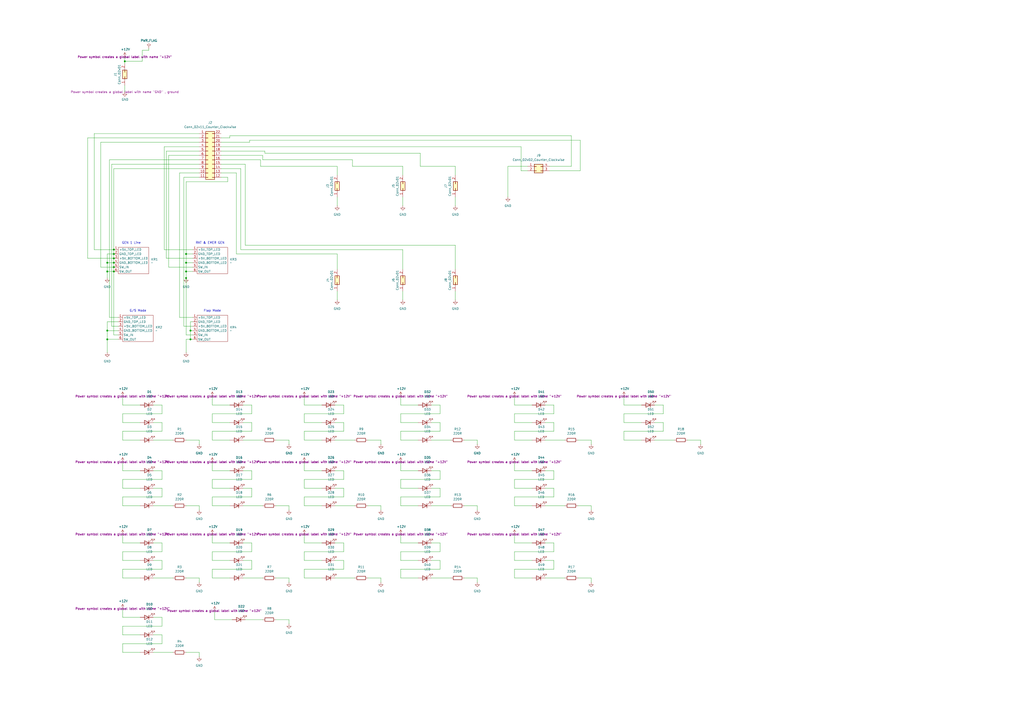
<source format=kicad_sch>
(kicad_sch (version 20250114) (generator "eeschema") (generator_version "9.0")
  (paper "A2")
  (text "G/S Mode\n" (at 80.01 180.34 0) (effects (font (size 1.27 1.27))))
  (text "RAT & EMER GEN" (at 121.92 140.97 0) (effects (font (size 1.27 1.27))))
  (text "GEN 1 Line\n" (at 76.2 140.97 0) (effects (font (size 1.27 1.27))))
  (text "Flap Mode" (at 123.19 180.34 0) (effects (font (size 1.27 1.27))))
  (junction (at 66.04 149.86))
  (junction (at 110.49 191.77))
  (junction (at 107.95 161.29))
  (junction (at 66.04 157.48))
  (junction (at 66.04 152.4))
  (junction (at 107.95 152.4))
  (junction (at 62.23 157.48))
  (junction (at 62.23 191.77))
  (junction (at 66.04 144.78))
  (junction (at 62.23 152.4))
  (junction (at 66.04 147.32))
  (junction (at 72.39 35.56))
  (junction (at 107.95 157.48))
  (junction (at 110.49 196.85))
  (junction (at 66.04 154.94))
  (junction (at 107.95 147.32))
  (junction (at 62.23 196.85))
  (wire (pts (xy 232.41 283.21) (xy 232.41 278.13)))
  (wire (pts (xy 88.9 255.27) (xy 100.33 255.27)))
  (wire (pts (xy 133.35 80.01) (xy 128.27 80.01)))
  (wire (pts (xy 195.58 101.6) (xy 195.58 96.52)))
  (wire (pts (xy 233.68 144.78) (xy 139.7 144.78)))
  (wire (pts (xy 186.69 293.37) (xy 176.53 293.37)))
  (wire (pts (xy 93.98 314.96) (xy 88.9 314.96)))
  (wire (pts (xy 243.84 88.9) (xy 243.84 96.52)))
  (wire (pts (xy 146.05 240.03) (xy 146.05 234.95)))
  (wire (pts (xy 71.12 353.06) (xy 71.12 358.14)))
  (wire (pts (xy 232.41 314.96) (xy 242.57 314.96)))
  (wire (pts (xy 110.49 191.77) (xy 111.76 191.77)))
  (wire (pts (xy 107.95 255.27) (xy 115.57 255.27)))
  (wire (pts (xy 123.19 255.27) (xy 123.19 250.19)))
  (wire (pts (xy 298.45 283.21) (xy 298.45 278.13)))
  (wire (pts (xy 318.77 96.52) (xy 331.47 96.52)))
  (wire (pts (xy 269.24 293.37) (xy 276.86 293.37)))
  (wire (pts (xy 144.78 81.28) (xy 336.55 81.28)))
  (wire (pts (xy 107.95 335.28) (xy 115.57 335.28)))
  (wire (pts (xy 106.68 189.23) (xy 106.68 102.87)))
  (wire (pts (xy 66.04 144.78) (xy 66.04 97.79)))
  (wire (pts (xy 176.53 325.12) (xy 176.53 320.04)))
  (wire (pts (xy 298.45 330.2) (xy 321.31 330.2)))
  (wire (pts (xy 128.27 95.25) (xy 142.24 95.25)))
  (wire (pts (xy 81.28 378.46) (xy 71.12 378.46)))
  (wire (pts (xy 298.45 250.19) (xy 321.31 250.19)))
  (wire (pts (xy 298.45 234.95) (xy 308.61 234.95)))
  (wire (pts (xy 50.8 80.01) (xy 115.57 80.01)))
  (wire (pts (xy 308.61 255.27) (xy 298.45 255.27)))
  (wire (pts (xy 123.19 320.04) (xy 146.05 320.04)))
  (wire (pts (xy 95.25 144.78) (xy 95.25 85.09)))
  (wire (pts (xy 298.45 240.03) (xy 321.31 240.03)))
  (wire (pts (xy 384.81 240.03) (xy 384.81 234.95)))
  (wire (pts (xy 331.47 78.74) (xy 331.47 96.52)))
  (wire (pts (xy 255.27 330.2) (xy 255.27 325.12)))
  (wire (pts (xy 195.58 147.32) (xy 195.58 156.21)))
  (wire (pts (xy 62.23 152.4) (xy 62.23 147.32)))
  (wire (pts (xy 128.27 90.17) (xy 152.4 90.17)))
  (wire (pts (xy 128.27 87.63) (xy 153.67 87.63)))
  (wire (pts (xy 294.64 114.3) (xy 294.64 96.52)))
  (wire (pts (xy 255.27 288.29) (xy 255.27 283.21)))
  (wire (pts (xy 151.13 96.52) (xy 195.58 96.52)))
  (wire (pts (xy 298.45 325.12) (xy 298.45 320.04)))
  (wire (pts (xy 71.12 330.2) (xy 93.98 330.2)))
  (wire (pts (xy 199.39 245.11) (xy 194.31 245.11)))
  (wire (pts (xy 107.95 293.37) (xy 115.57 293.37)))
  (wire (pts (xy 68.58 184.15) (xy 63.5 184.15)))
  (wire (pts (xy 82.55 29.21) (xy 86.36 29.21)))
  (wire (pts (xy 93.98 368.3) (xy 88.9 368.3)))
  (wire (pts (xy 115.57 335.28) (xy 115.57 337.82)))
  (wire (pts (xy 199.39 240.03) (xy 199.39 234.95)))
  (wire (pts (xy 142.24 95.25) (xy 142.24 142.24)))
  (wire (pts (xy 372.11 255.27) (xy 361.95 255.27)))
  (wire (pts (xy 176.53 283.21) (xy 176.53 278.13)))
  (wire (pts (xy 123.19 288.29) (xy 146.05 288.29)))
  (wire (pts (xy 66.04 154.94) (xy 58.42 154.94)))
  (wire (pts (xy 298.45 255.27) (xy 298.45 250.19)))
  (wire (pts (xy 58.42 82.55) (xy 115.57 82.55)))
  (wire (pts (xy 68.58 189.23) (xy 64.77 189.23)))
  (wire (pts (xy 302.26 99.06) (xy 306.07 99.06)))
  (wire (pts (xy 342.9 255.27) (xy 342.9 257.81)))
  (wire (pts (xy 111.76 154.94) (xy 97.79 154.94)))
  (wire (pts (xy 167.64 255.27) (xy 167.64 257.81)))
  (wire (pts (xy 111.76 194.31) (xy 107.95 194.31)))
  (wire (pts (xy 139.7 97.79) (xy 128.27 97.79)))
  (wire (pts (xy 264.16 142.24) (xy 142.24 142.24)))
  (wire (pts (xy 194.31 293.37) (xy 205.74 293.37)))
  (wire (pts (xy 204.47 92.71) (xy 204.47 96.52)))
  (wire (pts (xy 71.12 368.3) (xy 71.12 363.22)))
  (wire (pts (xy 233.68 168.91) (xy 233.68 173.99)))
  (wire (pts (xy 321.31 245.11) (xy 316.23 245.11)))
  (wire (pts (xy 213.36 293.37) (xy 220.98 293.37)))
  (wire (pts (xy 146.05 325.12) (xy 140.97 325.12)))
  (wire (pts (xy 142.24 359.41) (xy 152.4 359.41)))
  (wire (pts (xy 62.23 157.48) (xy 66.04 157.48)))
  (wire (pts (xy 111.76 149.86) (xy 96.52 149.86)))
  (wire (pts (xy 298.45 278.13) (xy 321.31 278.13)))
  (wire (pts (xy 176.53 229.87) (xy 176.53 234.95)))
  (wire (pts (xy 255.27 278.13) (xy 255.27 273.05)))
  (wire (pts (xy 242.57 325.12) (xy 232.41 325.12)))
  (wire (pts (xy 110.49 191.77) (xy 110.49 186.69)))
  (wire (pts (xy 123.19 229.87) (xy 123.19 234.95)))
  (wire (pts (xy 66.04 147.32) (xy 66.04 144.78)))
  (wire (pts (xy 71.12 378.46) (xy 71.12 373.38)))
  (wire (pts (xy 308.61 325.12) (xy 298.45 325.12)))
  (wire (pts (xy 146.05 245.11) (xy 140.97 245.11)))
  (wire (pts (xy 146.05 278.13) (xy 146.05 273.05)))
  (wire (pts (xy 195.58 114.3) (xy 195.58 119.38)))
  (wire (pts (xy 302.26 85.09) (xy 302.26 99.06)))
  (wire (pts (xy 86.36 29.21) (xy 86.36 27.94)))
  (wire (pts (xy 250.19 293.37) (xy 261.62 293.37)))
  (wire (pts (xy 133.35 283.21) (xy 123.19 283.21)))
  (wire (pts (xy 176.53 293.37) (xy 176.53 288.29)))
  (wire (pts (xy 62.23 191.77) (xy 68.58 191.77)))
  (wire (pts (xy 176.53 250.19) (xy 199.39 250.19)))
  (wire (pts (xy 186.69 245.11) (xy 176.53 245.11)))
  (wire (pts (xy 93.98 363.22) (xy 93.98 358.14)))
  (wire (pts (xy 321.31 234.95) (xy 316.23 234.95)))
  (wire (pts (xy 66.04 152.4) (xy 66.04 149.86)))
  (wire (pts (xy 111.76 144.78) (xy 95.25 144.78)))
  (wire (pts (xy 123.19 245.11) (xy 123.19 240.03)))
  (wire (pts (xy 242.57 255.27) (xy 232.41 255.27)))
  (wire (pts (xy 308.61 283.21) (xy 298.45 283.21)))
  (wire (pts (xy 128.27 82.55) (xy 144.78 82.55)))
  (wire (pts (xy 71.12 293.37) (xy 71.12 288.29)))
  (wire (pts (xy 107.95 105.41) (xy 107.95 147.32)))
  (wire (pts (xy 361.95 234.95) (xy 372.11 234.95)))
  (wire (pts (xy 321.31 320.04) (xy 321.31 314.96)))
  (wire (pts (xy 115.57 378.46) (xy 115.57 381)))
  (wire (pts (xy 123.19 234.95) (xy 133.35 234.95)))
  (wire (pts (xy 232.41 240.03) (xy 255.27 240.03)))
  (wire (pts (xy 335.28 255.27) (xy 342.9 255.27)))
  (wire (pts (xy 176.53 234.95) (xy 186.69 234.95)))
  (wire (pts (xy 232.41 273.05) (xy 242.57 273.05)))
  (wire (pts (xy 97.79 90.17) (xy 115.57 90.17)))
  (wire (pts (xy 176.53 255.27) (xy 176.53 250.19)))
  (wire (pts (xy 97.79 154.94) (xy 97.79 90.17)))
  (wire (pts (xy 298.45 288.29) (xy 321.31 288.29)))
  (wire (pts (xy 62.23 196.85) (xy 62.23 191.77)))
  (wire (pts (xy 242.57 335.28) (xy 232.41 335.28)))
  (wire (pts (xy 160.02 293.37) (xy 167.64 293.37)))
  (wire (pts (xy 81.28 245.11) (xy 71.12 245.11)))
  (wire (pts (xy 335.28 293.37) (xy 342.9 293.37)))
  (wire (pts (xy 93.98 234.95) (xy 88.9 234.95)))
  (wire (pts (xy 232.41 234.95) (xy 242.57 234.95)))
  (wire (pts (xy 176.53 273.05) (xy 186.69 273.05)))
  (wire (pts (xy 81.28 283.21) (xy 71.12 283.21)))
  (wire (pts (xy 133.35 255.27) (xy 123.19 255.27)))
  (wire (pts (xy 71.12 314.96) (xy 81.28 314.96)))
  (wire (pts (xy 264.16 168.91) (xy 264.16 173.99)))
  (wire (pts (xy 151.13 92.71) (xy 128.27 92.71)))
  (wire (pts (xy 123.19 330.2) (xy 146.05 330.2)))
  (wire (pts (xy 242.57 245.11) (xy 232.41 245.11)))
  (wire (pts (xy 66.04 149.86) (xy 66.04 147.32)))
  (wire (pts (xy 110.49 196.85) (xy 111.76 196.85)))
  (wire (pts (xy 250.19 335.28) (xy 261.62 335.28)))
  (wire (pts (xy 186.69 335.28) (xy 176.53 335.28)))
  (wire (pts (xy 71.12 245.11) (xy 71.12 240.03)))
  (wire (pts (xy 93.98 273.05) (xy 88.9 273.05)))
  (wire (pts (xy 167.64 359.41) (xy 167.64 361.95)))
  (wire (pts (xy 71.12 234.95) (xy 81.28 234.95)))
  (wire (pts (xy 186.69 255.27) (xy 176.53 255.27)))
  (wire (pts (xy 264.16 101.6) (xy 264.16 96.52)))
  (wire (pts (xy 71.12 320.04) (xy 93.98 320.04)))
  (wire (pts (xy 316.23 293.37) (xy 327.66 293.37)))
  (wire (pts (xy 294.64 96.52) (xy 306.07 96.52)))
  (wire (pts (xy 153.67 87.63) (xy 153.67 88.9)))
  (wire (pts (xy 123.19 335.28) (xy 123.19 330.2)))
  (wire (pts (xy 318.77 99.06) (xy 336.55 99.06)))
  (wire (pts (xy 321.31 250.19) (xy 321.31 245.11)))
  (wire (pts (xy 106.68 102.87) (xy 115.57 102.87)))
  (wire (pts (xy 68.58 194.31) (xy 66.04 194.31)))
  (wire (pts (xy 176.53 309.88) (xy 176.53 314.96)))
  (wire (pts (xy 133.35 293.37) (xy 123.19 293.37)))
  (wire (pts (xy 176.53 245.11) (xy 176.53 240.03)))
  (wire (pts (xy 93.98 288.29) (xy 93.98 283.21)))
  (wire (pts (xy 133.35 245.11) (xy 123.19 245.11)))
  (wire (pts (xy 71.12 240.03) (xy 93.98 240.03)))
  (wire (pts (xy 308.61 335.28) (xy 298.45 335.28)))
  (wire (pts (xy 146.05 273.05) (xy 140.97 273.05)))
  (wire (pts (xy 71.12 255.27) (xy 71.12 250.19)))
  (wire (pts (xy 152.4 92.71) (xy 204.47 92.71)))
  (wire (pts (xy 71.12 358.14) (xy 81.28 358.14)))
  (wire (pts (xy 66.04 149.86) (xy 50.8 149.86)))
  (wire (pts (xy 199.39 283.21) (xy 194.31 283.21)))
  (wire (pts (xy 298.45 229.87) (xy 298.45 234.95)))
  (wire (pts (xy 233.68 96.52) (xy 204.47 96.52)))
  (wire (pts (xy 176.53 278.13) (xy 199.39 278.13)))
  (wire (pts (xy 62.23 161.29) (xy 62.23 157.48)))
  (wire (pts (xy 232.41 278.13) (xy 255.27 278.13)))
  (wire (pts (xy 194.31 255.27) (xy 205.74 255.27)))
  (wire (pts (xy 128.27 102.87) (xy 132.08 102.87)))
  (wire (pts (xy 276.86 293.37) (xy 276.86 295.91)))
  (wire (pts (xy 176.53 240.03) (xy 199.39 240.03)))
  (wire (pts (xy 176.53 267.97) (xy 176.53 273.05)))
  (wire (pts (xy 232.41 335.28) (xy 232.41 330.2)))
  (wire (pts (xy 298.45 335.28) (xy 298.45 330.2)))
  (wire (pts (xy 72.39 49.53) (xy 72.39 53.34)))
  (wire (pts (xy 62.23 191.77) (xy 62.23 186.69)))
  (wire (pts (xy 81.28 255.27) (xy 71.12 255.27)))
  (wire (pts (xy 255.27 245.11) (xy 250.19 245.11)))
  (wire (pts (xy 107.95 157.48) (xy 107.95 152.4)))
  (wire (pts (xy 160.02 255.27) (xy 167.64 255.27)))
  (wire (pts (xy 139.7 97.79) (xy 139.7 144.78)))
  (wire (pts (xy 64.77 95.25) (xy 115.57 95.25)))
  (wire (pts (xy 107.95 157.48) (xy 111.76 157.48)))
  (wire (pts (xy 63.5 92.71) (xy 115.57 92.71)))
  (wire (pts (xy 96.52 149.86) (xy 96.52 87.63)))
  (wire (pts (xy 232.41 330.2) (xy 255.27 330.2)))
  (wire (pts (xy 233.68 114.3) (xy 233.68 119.38)))
  (wire (pts (xy 361.95 245.11) (xy 361.95 240.03)))
  (wire (pts (xy 110.49 196.85) (xy 110.49 191.77)))
  (wire (pts (xy 195.58 147.32) (xy 137.16 147.32)))
  (wire (pts (xy 124.46 359.41) (xy 134.62 359.41)))
  (wire (pts (xy 140.97 335.28) (xy 152.4 335.28)))
  (wire (pts (xy 199.39 314.96) (xy 194.31 314.96)))
  (wire (pts (xy 316.23 255.27) (xy 327.66 255.27)))
  (wire (pts (xy 176.53 335.28) (xy 176.53 330.2)))
  (wire (pts (xy 250.19 255.27) (xy 261.62 255.27)))
  (wire (pts (xy 123.19 240.03) (xy 146.05 240.03)))
  (wire (pts (xy 321.31 278.13) (xy 321.31 273.05)))
  (wire (pts (xy 151.13 96.52) (xy 151.13 92.71)))
  (wire (pts (xy 66.04 194.31) (xy 66.04 157.48)))
  (wire (pts (xy 146.05 250.19) (xy 146.05 245.11)))
  (wire (pts (xy 176.53 288.29) (xy 199.39 288.29)))
  (wire (pts (xy 361.95 229.87) (xy 361.95 234.95)))
  (wire (pts (xy 82.55 35.56) (xy 82.55 29.21)))
  (wire (pts (xy 384.81 250.19) (xy 384.81 245.11)))
  (wire (pts (xy 123.19 273.05) (xy 133.35 273.05)))
  (wire (pts (xy 66.04 144.78) (xy 54.61 144.78)))
  (wire (pts (xy 124.46 354.33) (xy 124.46 359.41)))
  (wire (pts (xy 93.98 320.04) (xy 93.98 314.96)))
  (wire (pts (xy 88.9 378.46) (xy 100.33 378.46)))
  (wire (pts (xy 81.28 368.3) (xy 71.12 368.3)))
  (wire (pts (xy 321.31 240.03) (xy 321.31 234.95)))
  (wire (pts (xy 255.27 273.05) (xy 250.19 273.05)))
  (wire (pts (xy 298.45 273.05) (xy 308.61 273.05)))
  (wire (pts (xy 167.64 293.37) (xy 167.64 295.91)))
  (wire (pts (xy 133.35 325.12) (xy 123.19 325.12)))
  (wire (pts (xy 62.23 196.85) (xy 68.58 196.85)))
  (wire (pts (xy 123.19 283.21) (xy 123.19 278.13)))
  (wire (pts (xy 93.98 283.21) (xy 88.9 283.21)))
  (wire (pts (xy 186.69 283.21) (xy 176.53 283.21)))
  (wire (pts (xy 107.95 105.41) (xy 132.08 105.41)))
  (wire (pts (xy 264.16 142.24) (xy 264.16 156.21)))
  (wire (pts (xy 195.58 168.91) (xy 195.58 173.99)))
  (wire (pts (xy 194.31 335.28) (xy 205.74 335.28)))
  (wire (pts (xy 232.41 293.37) (xy 232.41 288.29)))
  (wire (pts (xy 233.68 156.21) (xy 233.68 144.78)))
  (wire (pts (xy 132.08 105.41) (xy 132.08 102.87)))
  (wire (pts (xy 264.16 114.3) (xy 264.16 119.38)))
  (wire (pts (xy 167.64 335.28) (xy 167.64 337.82)))
  (wire (pts (xy 93.98 325.12) (xy 88.9 325.12)))
  (wire (pts (xy 276.86 255.27) (xy 276.86 257.81)))
  (wire (pts (xy 298.45 293.37) (xy 298.45 288.29)))
  (wire (pts (xy 342.9 335.28) (xy 342.9 337.82)))
  (wire (pts (xy 186.69 325.12) (xy 176.53 325.12)))
  (wire (pts (xy 123.19 325.12) (xy 123.19 320.04)))
  (wire (pts (xy 104.14 184.15) (xy 104.14 100.33)))
  (wire (pts (xy 321.31 330.2) (xy 321.31 325.12)))
  (wire (pts (xy 213.36 255.27) (xy 220.98 255.27)))
  (wire (pts (xy 95.25 85.09) (xy 115.57 85.09)))
  (wire (pts (xy 81.28 325.12) (xy 71.12 325.12)))
  (wire (pts (xy 146.05 314.96) (xy 140.97 314.96)))
  (wire (pts (xy 115.57 255.27) (xy 115.57 257.81)))
  (wire (pts (xy 107.95 161.29) (xy 107.95 194.31)))
  (wire (pts (xy 199.39 273.05) (xy 194.31 273.05)))
  (wire (pts (xy 298.45 320.04) (xy 321.31 320.04)))
  (wire (pts (xy 107.95 196.85) (xy 110.49 196.85)))
  (wire (pts (xy 96.52 87.63) (xy 115.57 87.63)))
  (wire (pts (xy 233.68 101.6) (xy 233.68 96.52)))
  (wire (pts (xy 93.98 240.03) (xy 93.98 234.95)))
  (wire (pts (xy 62.23 186.69) (xy 68.58 186.69)))
  (wire (pts (xy 361.95 250.19) (xy 384.81 250.19)))
  (wire (pts (xy 62.23 152.4) (xy 66.04 152.4)))
  (wire (pts (xy 321.31 273.05) (xy 316.23 273.05)))
  (wire (pts (xy 123.19 314.96) (xy 133.35 314.96)))
  (wire (pts (xy 93.98 245.11) (xy 88.9 245.11)))
  (wire (pts (xy 107.95 147.32) (xy 111.76 147.32)))
  (wire (pts (xy 232.41 320.04) (xy 255.27 320.04)))
  (wire (pts (xy 71.12 335.28) (xy 71.12 330.2)))
  (wire (pts (xy 104.14 100.33) (xy 115.57 100.33)))
  (wire (pts (xy 88.9 293.37) (xy 100.33 293.37)))
  (wire (pts (xy 81.28 335.28) (xy 71.12 335.28)))
  (wire (pts (xy 81.28 293.37) (xy 71.12 293.37)))
  (wire (pts (xy 242.57 293.37) (xy 232.41 293.37)))
  (wire (pts (xy 71.12 273.05) (xy 81.28 273.05)))
  (wire (pts (xy 321.31 283.21) (xy 316.23 283.21)))
  (wire (pts (xy 232.41 288.29) (xy 255.27 288.29)))
  (wire (pts (xy 160.02 335.28) (xy 167.64 335.28)))
  (wire (pts (xy 66.04 157.48) (xy 66.04 154.94)))
  (wire (pts (xy 199.39 250.19) (xy 199.39 245.11)))
  (wire (pts (xy 276.86 335.28) (xy 276.86 337.82)))
  (wire (pts (xy 66.04 97.79) (xy 115.57 97.79)))
  (wire (pts (xy 123.19 250.19) (xy 146.05 250.19)))
  (wire (pts (xy 88.9 335.28) (xy 100.33 335.28)))
  (wire (pts (xy 255.27 234.95) (xy 250.19 234.95)))
  (wire (pts (xy 144.78 82.55) (xy 144.78 81.28)))
  (wire (pts (xy 361.95 255.27) (xy 361.95 250.19)))
  (wire (pts (xy 255.27 250.19) (xy 255.27 245.11)))
  (wire (pts (xy 123.19 309.88) (xy 123.19 314.96)))
  (wire (pts (xy 308.61 293.37) (xy 298.45 293.37)))
  (wire (pts (xy 93.98 373.38) (xy 93.98 368.3)))
  (wire (pts (xy 50.8 149.86) (xy 50.8 80.01)))
  (wire (pts (xy 269.24 255.27) (xy 276.86 255.27)))
  (wire (pts (xy 298.45 267.97) (xy 298.45 273.05)))
  (wire (pts (xy 336.55 81.28) (xy 336.55 99.06)))
  (wire (pts (xy 199.39 320.04) (xy 199.39 314.96)))
  (wire (pts (xy 58.42 154.94) (xy 58.42 82.55)))
  (wire (pts (xy 111.76 189.23) (xy 106.68 189.23)))
  (wire (pts (xy 298.45 314.96) (xy 308.61 314.96)))
  (wire (pts (xy 146.05 283.21) (xy 140.97 283.21)))
  (wire (pts (xy 269.24 335.28) (xy 276.86 335.28)))
  (wire (pts (xy 71.12 229.87) (xy 71.12 234.95)))
  (wire (pts (xy 152.4 90.17) (xy 152.4 92.71)))
  (wire (pts (xy 308.61 245.11) (xy 298.45 245.11)))
  (wire (pts (xy 199.39 288.29) (xy 199.39 283.21)))
  (wire (pts (xy 176.53 320.04) (xy 199.39 320.04)))
  (wire (pts (xy 199.39 325.12) (xy 194.31 325.12)))
  (wire (pts (xy 146.05 330.2) (xy 146.05 325.12)))
  (wire (pts (xy 128.27 85.09) (xy 302.26 85.09)))
  (wire (pts (xy 232.41 250.19) (xy 255.27 250.19)))
  (wire (pts (xy 72.39 35.56) (xy 72.39 36.83)))
  (wire (pts (xy 220.98 293.37) (xy 220.98 295.91)))
  (wire (pts (xy 107.95 204.47) (xy 107.95 196.85)))
  (wire (pts (xy 54.61 77.47) (xy 115.57 77.47)))
  (wire (pts (xy 123.19 293.37) (xy 123.19 288.29)))
  (wire (pts (xy 71.12 250.19) (xy 93.98 250.19)))
  (wire (pts (xy 321.31 325.12) (xy 316.23 325.12)))
  (wire (pts (xy 160.02 359.41) (xy 167.64 359.41)))
  (wire (pts (xy 384.81 245.11) (xy 379.73 245.11)))
  (wire (pts (xy 384.81 234.95) (xy 379.73 234.95)))
  (wire (pts (xy 146.05 234.95) (xy 140.97 234.95)))
  (wire (pts (xy 298.45 245.11) (xy 298.45 240.03)))
  (wire (pts (xy 406.4 255.27) (xy 406.4 257.81)))
  (wire (pts (xy 264.16 96.52) (xy 243.84 96.52)))
  (wire (pts (xy 72.39 35.56) (xy 82.55 35.56)))
  (wire (pts (xy 242.57 283.21) (xy 232.41 283.21)))
  (wire (pts (xy 137.16 100.33) (xy 128.27 100.33)))
  (wire (pts (xy 71.12 363.22) (xy 93.98 363.22)))
  (wire (pts (xy 316.23 335.28) (xy 327.66 335.28)))
  (wire (pts (xy 71.12 288.29) (xy 93.98 288.29)))
  (wire (pts (xy 232.41 325.12) (xy 232.41 320.04)))
  (wire (pts (xy 321.31 314.96) (xy 316.23 314.96)))
  (wire (pts (xy 298.45 309.88) (xy 298.45 314.96)))
  (wire (pts (xy 321.31 288.29) (xy 321.31 283.21)))
  (wire (pts (xy 107.95 157.48) (xy 107.95 161.29)))
  (wire (pts (xy 111.76 184.15) (xy 104.14 184.15)))
  (wire (pts (xy 62.23 147.32) (xy 66.04 147.32)))
  (wire (pts (xy 123.19 278.13) (xy 146.05 278.13)))
  (wire (pts (xy 62.23 157.48) (xy 62.23 152.4)))
  (wire (pts (xy 199.39 278.13) (xy 199.39 273.05)))
  (wire (pts (xy 93.98 250.19) (xy 93.98 245.11)))
  (wire (pts (xy 110.49 186.69) (xy 111.76 186.69)))
  (wire (pts (xy 133.35 335.28) (xy 123.19 335.28)))
  (wire (pts (xy 255.27 320.04) (xy 255.27 314.96)))
  (wire (pts (xy 176.53 314.96) (xy 186.69 314.96)))
  (wire (pts (xy 64.77 189.23) (xy 64.77 95.25)))
  (wire (pts (xy 232.41 229.87) (xy 232.41 234.95)))
  (wire (pts (xy 107.95 147.32) (xy 107.95 152.4)))
  (wire (pts (xy 153.67 88.9) (xy 243.84 88.9)))
  (wire (pts (xy 342.9 293.37) (xy 342.9 295.91)))
  (wire (pts (xy 133.35 78.74) (xy 331.47 78.74)))
  (wire (pts (xy 71.12 309.88) (xy 71.12 314.96)))
  (wire (pts (xy 232.41 255.27) (xy 232.41 250.19)))
  (wire (pts (xy 232.41 267.97) (xy 232.41 273.05)))
  (wire (pts (xy 63.5 184.15) (xy 63.5 92.71)))
  (wire (pts (xy 137.16 100.33) (xy 137.16 147.32)))
  (wire (pts (xy 232.41 245.11) (xy 232.41 240.03)))
  (wire (pts (xy 62.23 204.47) (xy 62.23 196.85)))
  (wire (pts (xy 176.53 330.2) (xy 199.39 330.2)))
  (wire (pts (xy 220.98 335.28) (xy 220.98 337.82)))
  (wire (pts (xy 71.12 283.21) (xy 71.12 278.13)))
  (wire (pts (xy 133.35 78.74) (xy 133.35 80.01)))
  (wire (pts (xy 123.19 267.97) (xy 123.19 273.05)))
  (wire (pts (xy 107.95 378.46) (xy 115.57 378.46)))
  (wire (pts (xy 255.27 314.96) (xy 250.19 314.96)))
  (wire (pts (xy 146.05 320.04) (xy 146.05 314.96)))
  (wire (pts (xy 93.98 330.2) (xy 93.98 325.12)))
  (wire (pts (xy 140.97 293.37) (xy 152.4 293.37)))
  (wire (pts (xy 213.36 335.28) (xy 220.98 335.28)))
  (wire (pts (xy 93.98 278.13) (xy 93.98 273.05)))
  (wire (pts (xy 379.73 255.27) (xy 391.16 255.27)))
  (wire (pts (xy 115.57 293.37) (xy 115.57 295.91)))
  (wire (pts (xy 146.05 288.29) (xy 146.05 283.21)))
  (wire (pts (xy 372.11 245.11) (xy 361.95 245.11)))
  (wire (pts (xy 72.39 33.02) (xy 72.39 35.56)))
  (wire (pts (xy 361.95 240.03) (xy 384.81 240.03)))
  (wire (pts (xy 199.39 330.2) (xy 199.39 325.12)))
  (wire (pts (xy 107.95 152.4) (xy 111.76 152.4)))
  (wire (pts (xy 71.12 278.13) (xy 93.98 278.13)))
  (wire (pts (xy 54.61 144.78) (xy 54.61 77.47)))
  (wire (pts (xy 199.39 234.95) (xy 194.31 234.95)))
  (wire (pts (xy 398.78 255.27) (xy 406.4 255.27)))
  (wire (pts (xy 232.41 309.88) (xy 232.41 314.96)))
  (wire (pts (xy 93.98 358.14) (xy 88.9 358.14)))
  (wire (pts (xy 220.98 255.27) (xy 220.98 257.81)))
  (wire (pts (xy 255.27 325.12) (xy 250.19 325.12)))
  (wire (pts (xy 71.12 373.38) (xy 93.98 373.38)))
  (wire (pts (xy 71.12 325.12) (xy 71.12 320.04)))
  (wire (pts (xy 335.28 335.28) (xy 342.9 335.28)))
  (wire (pts (xy 71.12 267.97) (xy 71.12 273.05)))
  (wire (pts (xy 66.04 154.94) (xy 66.04 152.4)))
  (wire (pts (xy 140.97 255.27) (xy 152.4 255.27)))
  (wire (pts (xy 255.27 240.03) (xy 255.27 234.95)))
  (wire (pts (xy 255.27 283.21) (xy 250.19 283.21)))
  (symbol (lib_id "Connector_Generic:Conn_02x01") (at 72.39 44.45 90) (unit 1)
    (property "Reference" "J1" (at 66.8782 43.18 0))
    (property "Value" "Conn_02x01" (at 69.1896 43.18 0))
    (property "Footprint" "TerminalBlock:TerminalBlock_bornier-2_P5.08mm" (effects (hide yes)))
    (property "Description" "Generic connector, double row, 02x01, this symbol is compatible with counter-clockwise, top-bottom and odd-even numbering schemes., script generated (kicad-library-utils/schlib/autogen/connector/)" (effects (hide yes)))
  )
  (symbol (lib_id "power:GND") (at 72.39 53.34 0) (unit 1)
    (property "Reference" "#PWR08" (effects (hide yes)))
    (property "Value" "GND" (at 72.517 57.7342 0))
    (property "Description" "Power symbol creates a global label with name \"GND\" , ground" (at 72.39 53.34 0))
  )
  (symbol (lib_id "power:+12V") (at 72.39 33.02 0) (unit 1)
    (property "Reference" "#PWR07" (effects (hide yes)))
    (property "Value" "+12V" (at 72.771 28.6258 0))
    (property "Description" "Power symbol creates a global label with name \"+12V\"" (at 72.39 33.02 0))
  )
  (symbol (lib_id "power:PWR_FLAG") (at 86.36 27.94 0) (unit 1)
    (property "Reference" "#FLG01" (effects (hide yes)))
    (property "Value" "PWR_FLAG" (at 86.36 23.5458 0))
  )
  (symbol (lib_id "power:+12V") (at 232.41 309.88 0) (unit 1)
    (property "Reference" "#PWR033" (effects (hide yes)))
    (property "Value" "+12V" (at 232.791 305.4858 0))
    (property "Description" "Power symbol creates a global label with name \"+12V\"" (at 232.41 309.88 0))
  )
  (symbol (lib_id "power:GND") (at 342.9 337.82 0) (unit 1)
    (property "Reference" "#PWR047" (effects (hide yes)))
    (property "Value" "GND" (at 342.9 342.9 0))
    (property "Description" "Power symbol creates a global label with name \"GND\" , ground" (effects (hide yes)))
  )
  (symbol (lib_id "Device:R") (at 209.55 335.28 90) (unit 1)
    (property "Reference" "R11" (at 209.55 328.93 90))
    (property "Value" "220R" (at 209.55 331.47 90))
    (property "Footprint" "Resistor_SMD:R_1206_3216Metric_Pad1.30x1.75mm_HandSolder" (effects (hide yes)))
    (property "Description" "Resistor" (effects (hide yes)))
  )
  (symbol (lib_id "power:+12V") (at 123.19 229.87 0) (unit 1)
    (property "Reference" "#PWR015" (effects (hide yes)))
    (property "Value" "+12V" (at 123.571 225.4758 0))
    (property "Description" "Power symbol creates a global label with name \"+12V\"" (at 123.19 229.87 0))
  )
  (symbol (lib_id "Device:LED") (at 137.16 325.12 180) (unit 1)
    (property "Reference" "D20" (at 138.7475 317.5 0))
    (property "Value" "LED" (at 138.7475 320.04 0))
    (property "Footprint" "OpenA3XX:LED_Everlight-SMD3528_3.5x2.8mm_67-21ST" (effects (hide yes)))
    (property "Description" "Light emitting diode" (effects (hide yes)))
    (property "Sim.Pins" "1=K 2=A" (effects (hide yes)))
  )
  (symbol (lib_id "Device:R") (at 104.14 378.46 90) (unit 1)
    (property "Reference" "R4" (at 104.14 372.11 90))
    (property "Value" "220R" (at 104.14 374.65 90))
    (property "Footprint" "Resistor_SMD:R_1206_3216Metric_Pad1.30x1.75mm_HandSolder" (effects (hide yes)))
    (property "Description" "Resistor" (effects (hide yes)))
  )
  (symbol (lib_id "Device:LED") (at 85.09 283.21 180) (unit 1)
    (property "Reference" "D5" (at 86.6775 275.59 0))
    (property "Value" "LED" (at 86.6775 278.13 0))
    (property "Footprint" "OpenA3XX:LED_Everlight-SMD3528_3.5x2.8mm_67-21ST" (effects (hide yes)))
    (property "Description" "Light emitting diode" (effects (hide yes)))
    (property "Sim.Pins" "1=K 2=A" (effects (hide yes)))
  )
  (symbol (lib_id "Device:LED") (at 246.38 255.27 180) (unit 1)
    (property "Reference" "D34" (at 247.9675 247.65 0))
    (property "Value" "LED" (at 247.9675 250.19 0))
    (property "Footprint" "OpenA3XX:LED_Everlight-SMD3528_3.5x2.8mm_67-21ST" (effects (hide yes)))
    (property "Description" "Light emitting diode" (effects (hide yes)))
    (property "Sim.Pins" "1=K 2=A" (effects (hide yes)))
  )
  (symbol (lib_id "Device:LED") (at 85.09 293.37 180) (unit 1)
    (property "Reference" "D6" (at 86.6775 285.75 0))
    (property "Value" "LED" (at 86.6775 288.29 0))
    (property "Footprint" "OpenA3XX:LED_Everlight-SMD3528_3.5x2.8mm_67-21ST" (effects (hide yes)))
    (property "Description" "Light emitting diode" (effects (hide yes)))
    (property "Sim.Pins" "1=K 2=A" (effects (hide yes)))
  )
  (symbol (lib_id "power:GND") (at 406.4 257.81 0) (unit 1)
    (property "Reference" "#PWR049" (effects (hide yes)))
    (property "Value" "GND" (at 406.4 262.89 0))
    (property "Description" "Power symbol creates a global label with name \"GND\" , ground" (effects (hide yes)))
  )
  (symbol (lib_id "Device:LED") (at 190.5 245.11 180) (unit 1)
    (property "Reference" "D24" (at 192.0875 237.49 0))
    (property "Value" "LED" (at 192.0875 240.03 0))
    (property "Footprint" "OpenA3XX:LED_Everlight-SMD3528_3.5x2.8mm_67-21ST" (effects (hide yes)))
    (property "Description" "Light emitting diode" (effects (hide yes)))
    (property "Sim.Pins" "1=K 2=A" (effects (hide yes)))
  )
  (symbol (lib_id "Device:R") (at 104.14 255.27 90) (unit 1)
    (property "Reference" "R1" (at 104.14 248.92 90))
    (property "Value" "220R" (at 104.14 251.46 90))
    (property "Footprint" "Resistor_SMD:R_1206_3216Metric_Pad1.30x1.75mm_HandSolder" (effects (hide yes)))
    (property "Description" "Resistor" (effects (hide yes)))
  )
  (symbol (lib_id "Device:LED") (at 246.38 245.11 180) (unit 1)
    (property "Reference" "D33" (at 247.9675 237.49 0))
    (property "Value" "LED" (at 247.9675 240.03 0))
    (property "Footprint" "OpenA3XX:LED_Everlight-SMD3528_3.5x2.8mm_67-21ST" (effects (hide yes)))
    (property "Description" "Light emitting diode" (effects (hide yes)))
    (property "Sim.Pins" "1=K 2=A" (effects (hide yes)))
  )
  (symbol (lib_id "power:GND") (at 342.9 295.91 0) (unit 1)
    (property "Reference" "#PWR046" (effects (hide yes)))
    (property "Value" "GND" (at 342.9 300.99 0))
    (property "Description" "Power symbol creates a global label with name \"GND\" , ground" (effects (hide yes)))
  )
  (symbol (lib_id "power:GND") (at 294.64 114.3 0) (unit 1)
    (property "Reference" "#PWR041" (effects (hide yes)))
    (property "Value" "GND" (at 294.64 119.38 0))
    (property "Description" "Power symbol creates a global label with name \"GND\" , ground" (effects (hide yes)))
  )
  (symbol (lib_id "Device:R") (at 265.43 293.37 90) (unit 1)
    (property "Reference" "R13" (at 265.43 287.02 90))
    (property "Value" "220R" (at 265.43 289.56 90))
    (property "Footprint" "Resistor_SMD:R_1206_3216Metric_Pad1.30x1.75mm_HandSolder" (effects (hide yes)))
    (property "Description" "Resistor" (effects (hide yes)))
  )
  (symbol (lib_id "Device:LED") (at 190.5 325.12 180) (unit 1)
    (property "Reference" "D30" (at 192.0875 317.5 0))
    (property "Value" "LED" (at 192.0875 320.04 0))
    (property "Footprint" "OpenA3XX:LED_Everlight-SMD3528_3.5x2.8mm_67-21ST" (effects (hide yes)))
    (property "Description" "Light emitting diode" (effects (hide yes)))
    (property "Sim.Pins" "1=K 2=A" (effects (hide yes)))
  )
  (symbol (lib_id "Connector_Generic:Conn_02x01") (at 264.16 163.83 90) (unit 1)
    (property "Reference" "J8" (at 258.6482 162.56 0))
    (property "Value" "Conn_02x01" (at 260.9596 162.56 0))
    (property "Footprint" "Connector_PinHeader_2.54mm:PinHeader_1x02_P2.54mm_Vertical" (effects (hide yes)))
    (property "Description" "Generic connector, double row, 02x01, this symbol is compatible with counter-clockwise, top-bottom and odd-even numbering schemes., script generated (kicad-library-utils/schlib/autogen/connector/)" (effects (hide yes)))
  )
  (symbol (lib_id "power:+12V") (at 232.41 229.87 0) (unit 1)
    (property "Reference" "#PWR031" (effects (hide yes)))
    (property "Value" "+12V" (at 232.791 225.4758 0))
    (property "Description" "Power symbol creates a global label with name \"+12V\"" (at 232.41 229.87 0))
  )
  (symbol (lib_id "KorrySwitch:Korry_Switch") (at 121.92 181.61 0) (unit 1)
    (property "Reference" "KR4" (at 133.35 189.8649 0) (effects (justify left)))
    (property "Value" "~" (at 133.35 191.77 0) (effects (justify left)))
    (property "Footprint" "OpenA3XX:Korry Switch" (effects (hide yes)))
  )
  (symbol (lib_id "Connector_Generic:Conn_02x02_Counter_Clockwise") (at 311.15 96.52 0) (unit 1)
    (property "Reference" "J9" (at 312.42 90.17 0))
    (property "Value" "Conn_02x02_Counter_Clockwise" (at 312.42 92.71 0))
    (property "Footprint" "Connector_PinHeader_2.54mm:PinHeader_1x04_P2.54mm_Vertical" (effects (hide yes)))
    (property "Description" "Generic connector, double row, 02x02, counter clockwise pin numbering scheme (similar to DIP package numbering), script generated (kicad-library-utils/schlib/autogen/connector/)" (effects (hide yes)))
  )
  (symbol (lib_id "power:GND") (at 220.98 295.91 0) (unit 1)
    (property "Reference" "#PWR029" (effects (hide yes)))
    (property "Value" "GND" (at 220.98 300.99 0))
    (property "Description" "Power symbol creates a global label with name \"GND\" , ground" (effects (hide yes)))
  )
  (symbol (lib_id "power:+12V") (at 124.46 354.33 0) (unit 1)
    (property "Reference" "#PWR018" (effects (hide yes)))
    (property "Value" "+12V" (at 124.841 349.9358 0))
    (property "Description" "Power symbol creates a global label with name \"+12V\"" (at 124.46 354.33 0))
  )
  (symbol (lib_id "Device:LED") (at 138.43 359.41 180) (unit 1)
    (property "Reference" "D22" (at 140.0175 351.79 0))
    (property "Value" "LED" (at 140.0175 354.33 0))
    (property "Footprint" "OpenA3XX:LED_Everlight-SMD3528_3.5x2.8mm_67-21ST" (effects (hide yes)))
    (property "Description" "Light emitting diode" (effects (hide yes)))
    (property "Sim.Pins" "1=K 2=A" (effects (hide yes)))
  )
  (symbol (lib_id "Device:LED") (at 85.09 325.12 180) (unit 1)
    (property "Reference" "D8" (at 86.6775 317.5 0))
    (property "Value" "LED" (at 86.6775 320.04 0))
    (property "Footprint" "OpenA3XX:LED_Everlight-SMD3528_3.5x2.8mm_67-21ST" (effects (hide yes)))
    (property "Description" "Light emitting diode" (effects (hide yes)))
    (property "Sim.Pins" "1=K 2=A" (effects (hide yes)))
  )
  (symbol (lib_id "power:+12V") (at 176.53 309.88 0) (unit 1)
    (property "Reference" "#PWR025" (effects (hide yes)))
    (property "Value" "+12V" (at 176.911 305.4858 0))
    (property "Description" "Power symbol creates a global label with name \"+12V\"" (at 176.53 309.88 0))
  )
  (symbol (lib_id "Device:LED") (at 312.42 293.37 180) (unit 1)
    (property "Reference" "D46" (at 314.0075 285.75 0))
    (property "Value" "LED" (at 314.0075 288.29 0))
    (property "Footprint" "OpenA3XX:LED_Everlight-SMD3528_3.5x2.8mm_67-21ST" (effects (hide yes)))
    (property "Description" "Light emitting diode" (effects (hide yes)))
    (property "Sim.Pins" "1=K 2=A" (effects (hide yes)))
  )
  (symbol (lib_id "Device:LED") (at 190.5 293.37 180) (unit 1)
    (property "Reference" "D28" (at 192.0875 285.75 0))
    (property "Value" "LED" (at 192.0875 288.29 0))
    (property "Footprint" "OpenA3XX:LED_Everlight-SMD3528_3.5x2.8mm_67-21ST" (effects (hide yes)))
    (property "Description" "Light emitting diode" (effects (hide yes)))
    (property "Sim.Pins" "1=K 2=A" (effects (hide yes)))
  )
  (symbol (lib_id "Device:LED") (at 190.5 255.27 180) (unit 1)
    (property "Reference" "D25" (at 192.0875 247.65 0))
    (property "Value" "LED" (at 192.0875 250.19 0))
    (property "Footprint" "OpenA3XX:LED_Everlight-SMD3528_3.5x2.8mm_67-21ST" (effects (hide yes)))
    (property "Description" "Light emitting diode" (effects (hide yes)))
    (property "Sim.Pins" "1=K 2=A" (effects (hide yes)))
  )
  (symbol (lib_id "Connector_Generic:Conn_02x01") (at 233.68 109.22 90) (unit 1)
    (property "Reference" "J5" (at 228.1682 107.95 0))
    (property "Value" "Conn_02x01" (at 230.4796 107.95 0))
    (property "Footprint" "Connector_PinHeader_2.54mm:PinHeader_1x02_P2.54mm_Vertical" (effects (hide yes)))
    (property "Description" "Generic connector, double row, 02x01, this symbol is compatible with counter-clockwise, top-bottom and odd-even numbering schemes., script generated (kicad-library-utils/schlib/autogen/connector/)" (effects (hide yes)))
  )
  (symbol (lib_id "power:+12V") (at 298.45 229.87 0) (unit 1)
    (property "Reference" "#PWR042" (effects (hide yes)))
    (property "Value" "+12V" (at 298.831 225.4758 0))
    (property "Description" "Power symbol creates a global label with name \"+12V\"" (at 298.45 229.87 0))
  )
  (symbol (lib_id "Device:LED") (at 137.16 234.95 180) (unit 1)
    (property "Reference" "D13" (at 138.7475 227.33 0))
    (property "Value" "LED" (at 138.7475 229.87 0))
    (property "Footprint" "OpenA3XX:LED_Everlight-SMD3528_3.5x2.8mm_67-21ST" (effects (hide yes)))
    (property "Description" "Light emitting diode" (effects (hide yes)))
    (property "Sim.Pins" "1=K 2=A" (effects (hide yes)))
  )
  (symbol (lib_id "power:GND") (at 115.57 295.91 0) (unit 1)
    (property "Reference" "#PWR012" (effects (hide yes)))
    (property "Value" "GND" (at 115.57 300.99 0))
    (property "Description" "Power symbol creates a global label with name \"GND\" , ground" (effects (hide yes)))
  )
  (symbol (lib_id "power:GND") (at 264.16 119.38 0) (unit 1)
    (property "Reference" "#PWR036" (effects (hide yes)))
    (property "Value" "GND" (at 264.16 124.46 0))
    (property "Description" "Power symbol creates a global label with name \"GND\" , ground" (effects (hide yes)))
  )
  (symbol (lib_id "power:GND") (at 264.16 173.99 0) (unit 1)
    (property "Reference" "#PWR037" (effects (hide yes)))
    (property "Value" "GND" (at 264.16 179.07 0))
    (property "Description" "Power symbol creates a global label with name \"GND\" , ground" (effects (hide yes)))
  )
  (symbol (lib_id "Device:R") (at 331.47 255.27 90) (unit 1)
    (property "Reference" "R15" (at 331.47 248.92 90))
    (property "Value" "220R" (at 331.47 251.46 90))
    (property "Footprint" "Resistor_SMD:R_1206_3216Metric_Pad1.30x1.75mm_HandSolder" (effects (hide yes)))
    (property "Description" "Resistor" (effects (hide yes)))
  )
  (symbol (lib_id "power:+12V") (at 298.45 267.97 0) (unit 1)
    (property "Reference" "#PWR043" (effects (hide yes)))
    (property "Value" "+12V" (at 298.831 263.5758 0))
    (property "Description" "Power symbol creates a global label with name \"+12V\"" (at 298.45 267.97 0))
  )
  (symbol (lib_id "Connector_Generic:Conn_02x01") (at 233.68 163.83 90) (unit 1)
    (property "Reference" "J6" (at 228.1682 162.56 0))
    (property "Value" "Conn_02x01" (at 230.4796 162.56 0))
    (property "Footprint" "Connector_PinHeader_2.54mm:PinHeader_1x02_P2.54mm_Vertical" (effects (hide yes)))
    (property "Description" "Generic connector, double row, 02x01, this symbol is compatible with counter-clockwise, top-bottom and odd-even numbering schemes., script generated (kicad-library-utils/schlib/autogen/connector/)" (effects (hide yes)))
  )
  (symbol (lib_id "power:GND") (at 195.58 119.38 0) (unit 1)
    (property "Reference" "#PWR026" (effects (hide yes)))
    (property "Value" "GND" (at 195.58 124.46 0))
    (property "Description" "Power symbol creates a global label with name \"GND\" , ground" (effects (hide yes)))
  )
  (symbol (lib_id "Device:R") (at 331.47 335.28 90) (unit 1)
    (property "Reference" "R17" (at 331.47 328.93 90))
    (property "Value" "220R" (at 331.47 331.47 90))
    (property "Footprint" "Resistor_SMD:R_1206_3216Metric_Pad1.30x1.75mm_HandSolder" (effects (hide yes)))
    (property "Description" "Resistor" (effects (hide yes)))
  )
  (symbol (lib_id "Device:LED") (at 190.5 273.05 180) (unit 1)
    (property "Reference" "D26" (at 192.0875 265.43 0))
    (property "Value" "LED" (at 192.0875 267.97 0))
    (property "Footprint" "OpenA3XX:LED_Everlight-SMD3528_3.5x2.8mm_67-21ST" (effects (hide yes)))
    (property "Description" "Light emitting diode" (effects (hide yes)))
    (property "Sim.Pins" "1=K 2=A" (effects (hide yes)))
  )
  (symbol (lib_id "Device:R") (at 265.43 255.27 90) (unit 1)
    (property "Reference" "R12" (at 265.43 248.92 90))
    (property "Value" "220R" (at 265.43 251.46 90))
    (property "Footprint" "Resistor_SMD:R_1206_3216Metric_Pad1.30x1.75mm_HandSolder" (effects (hide yes)))
    (property "Description" "Resistor" (effects (hide yes)))
  )
  (symbol (lib_id "power:+12V") (at 176.53 229.87 0) (unit 1)
    (property "Reference" "#PWR023" (effects (hide yes)))
    (property "Value" "+12V" (at 176.911 225.4758 0))
    (property "Description" "Power symbol creates a global label with name \"+12V\"" (at 176.53 229.87 0))
  )
  (symbol (lib_id "power:GND") (at 342.9 257.81 0) (unit 1)
    (property "Reference" "#PWR045" (effects (hide yes)))
    (property "Value" "GND" (at 342.9 262.89 0))
    (property "Description" "Power symbol creates a global label with name \"GND\" , ground" (effects (hide yes)))
  )
  (symbol (lib_id "Device:LED") (at 312.42 335.28 180) (unit 1)
    (property "Reference" "D49" (at 314.0075 327.66 0))
    (property "Value" "LED" (at 314.0075 330.2 0))
    (property "Footprint" "OpenA3XX:LED_Everlight-SMD3528_3.5x2.8mm_67-21ST" (effects (hide yes)))
    (property "Description" "Light emitting diode" (effects (hide yes)))
    (property "Sim.Pins" "1=K 2=A" (effects (hide yes)))
  )
  (symbol (lib_id "Device:LED") (at 312.42 325.12 180) (unit 1)
    (property "Reference" "D48" (at 314.0075 317.5 0))
    (property "Value" "LED" (at 314.0075 320.04 0))
    (property "Footprint" "OpenA3XX:LED_Everlight-SMD3528_3.5x2.8mm_67-21ST" (effects (hide yes)))
    (property "Description" "Light emitting diode" (effects (hide yes)))
    (property "Sim.Pins" "1=K 2=A" (effects (hide yes)))
  )
  (symbol (lib_id "Device:LED") (at 375.92 245.11 180) (unit 1)
    (property "Reference" "D51" (at 377.5075 237.49 0))
    (property "Value" "LED" (at 377.5075 240.03 0))
    (property "Footprint" "OpenA3XX:LED_Everlight-SMD3528_3.5x2.8mm_67-21ST" (effects (hide yes)))
    (property "Description" "Light emitting diode" (effects (hide yes)))
    (property "Sim.Pins" "1=K 2=A" (effects (hide yes)))
  )
  (symbol (lib_id "Device:LED") (at 190.5 335.28 180) (unit 1)
    (property "Reference" "D31" (at 192.0875 327.66 0))
    (property "Value" "LED" (at 192.0875 330.2 0))
    (property "Footprint" "OpenA3XX:LED_Everlight-SMD3528_3.5x2.8mm_67-21ST" (effects (hide yes)))
    (property "Description" "Light emitting diode" (effects (hide yes)))
    (property "Sim.Pins" "1=K 2=A" (effects (hide yes)))
  )
  (symbol (lib_id "Device:R") (at 104.14 293.37 90) (unit 1)
    (property "Reference" "R2" (at 104.14 287.02 90))
    (property "Value" "220R" (at 104.14 289.56 90))
    (property "Footprint" "Resistor_SMD:R_1206_3216Metric_Pad1.30x1.75mm_HandSolder" (effects (hide yes)))
    (property "Description" "Resistor" (effects (hide yes)))
  )
  (symbol (lib_id "power:GND") (at 115.57 337.82 0) (unit 1)
    (property "Reference" "#PWR013" (effects (hide yes)))
    (property "Value" "GND" (at 115.57 342.9 0))
    (property "Description" "Power symbol creates a global label with name \"GND\" , ground" (effects (hide yes)))
  )
  (symbol (lib_id "Device:LED") (at 246.38 293.37 180) (unit 1)
    (property "Reference" "D37" (at 247.9675 285.75 0))
    (property "Value" "LED" (at 247.9675 288.29 0))
    (property "Footprint" "OpenA3XX:LED_Everlight-SMD3528_3.5x2.8mm_67-21ST" (effects (hide yes)))
    (property "Description" "Light emitting diode" (effects (hide yes)))
    (property "Sim.Pins" "1=K 2=A" (effects (hide yes)))
  )
  (symbol (lib_id "power:+12V") (at 123.19 267.97 0) (unit 1)
    (property "Reference" "#PWR016" (effects (hide yes)))
    (property "Value" "+12V" (at 123.571 263.5758 0))
    (property "Description" "Power symbol creates a global label with name \"+12V\"" (at 123.19 267.97 0))
  )
  (symbol (lib_id "Device:R") (at 394.97 255.27 90) (unit 1)
    (property "Reference" "R18" (at 394.97 248.92 90))
    (property "Value" "220R" (at 394.97 251.46 90))
    (property "Footprint" "Resistor_SMD:R_1206_3216Metric_Pad1.30x1.75mm_HandSolder" (effects (hide yes)))
    (property "Description" "Resistor" (effects (hide yes)))
  )
  (symbol (lib_id "power:+12V") (at 361.95 229.87 0) (unit 1)
    (property "Reference" "#PWR048" (effects (hide yes)))
    (property "Value" "+12V" (at 362.331 225.4758 0))
    (property "Description" "Power symbol creates a global label with name \"+12V\"" (at 361.95 229.87 0))
  )
  (symbol (lib_id "power:+12V") (at 71.12 229.87 0) (unit 1)
    (property "Reference" "#PWR03" (effects (hide yes)))
    (property "Value" "+12V" (at 71.501 225.4758 0))
    (property "Description" "Power symbol creates a global label with name \"+12V\"" (at 71.12 229.87 0))
  )
  (symbol (lib_id "Device:LED") (at 137.16 255.27 180) (unit 1)
    (property "Reference" "D15" (at 138.7475 247.65 0))
    (property "Value" "LED" (at 138.7475 250.19 0))
    (property "Footprint" "OpenA3XX:LED_Everlight-SMD3528_3.5x2.8mm_67-21ST" (effects (hide yes)))
    (property "Description" "Light emitting diode" (effects (hide yes)))
    (property "Sim.Pins" "1=K 2=A" (effects (hide yes)))
  )
  (symbol (lib_id "power:GND") (at 115.57 257.81 0) (unit 1)
    (property "Reference" "#PWR011" (effects (hide yes)))
    (property "Value" "GND" (at 115.57 262.89 0))
    (property "Description" "Power symbol creates a global label with name \"GND\" , ground" (effects (hide yes)))
  )
  (symbol (lib_id "Device:R") (at 156.21 359.41 90) (unit 1)
    (property "Reference" "R8" (at 156.21 353.06 90))
    (property "Value" "220R" (at 156.21 355.6 90))
    (property "Footprint" "Resistor_SMD:R_1206_3216Metric_Pad1.30x1.75mm_HandSolder" (effects (hide yes)))
    (property "Description" "Resistor" (effects (hide yes)))
  )
  (symbol (lib_id "Device:LED") (at 375.92 255.27 180) (unit 1)
    (property "Reference" "D52" (at 377.5075 247.65 0))
    (property "Value" "LED" (at 377.5075 250.19 0))
    (property "Footprint" "OpenA3XX:LED_Everlight-SMD3528_3.5x2.8mm_67-21ST" (effects (hide yes)))
    (property "Description" "Light emitting diode" (effects (hide yes)))
    (property "Sim.Pins" "1=K 2=A" (effects (hide yes)))
  )
  (symbol (lib_id "Device:LED") (at 312.42 234.95 180) (unit 1)
    (property "Reference" "D41" (at 314.0075 227.33 0))
    (property "Value" "LED" (at 314.0075 229.87 0))
    (property "Footprint" "OpenA3XX:LED_Everlight-SMD3528_3.5x2.8mm_67-21ST" (effects (hide yes)))
    (property "Description" "Light emitting diode" (effects (hide yes)))
    (property "Sim.Pins" "1=K 2=A" (effects (hide yes)))
  )
  (symbol (lib_id "Device:LED") (at 312.42 255.27 180) (unit 1)
    (property "Reference" "D43" (at 314.0075 247.65 0))
    (property "Value" "LED" (at 314.0075 250.19 0))
    (property "Footprint" "OpenA3XX:LED_Everlight-SMD3528_3.5x2.8mm_67-21ST" (effects (hide yes)))
    (property "Description" "Light emitting diode" (effects (hide yes)))
    (property "Sim.Pins" "1=K 2=A" (effects (hide yes)))
  )
  (symbol (lib_id "power:GND") (at 107.95 161.29 0) (unit 1)
    (property "Reference" "#PWR09" (effects (hide yes)))
    (property "Value" "GND" (at 107.95 166.37 0))
    (property "Description" "Power symbol creates a global label with name \"GND\" , ground" (effects (hide yes)))
  )
  (symbol (lib_id "Device:R") (at 209.55 255.27 90) (unit 1)
    (property "Reference" "R9" (at 209.55 248.92 90))
    (property "Value" "220R" (at 209.55 251.46 90))
    (property "Footprint" "Resistor_SMD:R_1206_3216Metric_Pad1.30x1.75mm_HandSolder" (effects (hide yes)))
    (property "Description" "Resistor" (effects (hide yes)))
  )
  (symbol (lib_id "power:+12V") (at 71.12 267.97 0) (unit 1)
    (property "Reference" "#PWR04" (effects (hide yes)))
    (property "Value" "+12V" (at 71.501 263.5758 0))
    (property "Description" "Power symbol creates a global label with name \"+12V\"" (at 71.12 267.97 0))
  )
  (symbol (lib_id "Device:LED") (at 246.38 234.95 180) (unit 1)
    (property "Reference" "D32" (at 247.9675 227.33 0))
    (property "Value" "LED" (at 247.9675 229.87 0))
    (property "Footprint" "OpenA3XX:LED_Everlight-SMD3528_3.5x2.8mm_67-21ST" (effects (hide yes)))
    (property "Description" "Light emitting diode" (effects (hide yes)))
    (property "Sim.Pins" "1=K 2=A" (effects (hide yes)))
  )
  (symbol (lib_id "Device:LED") (at 312.42 245.11 180) (unit 1)
    (property "Reference" "D42" (at 314.0075 237.49 0))
    (property "Value" "LED" (at 314.0075 240.03 0))
    (property "Footprint" "OpenA3XX:LED_Everlight-SMD3528_3.5x2.8mm_67-21ST" (effects (hide yes)))
    (property "Description" "Light emitting diode" (effects (hide yes)))
    (property "Sim.Pins" "1=K 2=A" (effects (hide yes)))
  )
  (symbol (lib_id "power:GND") (at 62.23 161.29 0) (unit 1)
    (property "Reference" "#PWR01" (effects (hide yes)))
    (property "Value" "GND" (at 62.23 166.37 0))
    (property "Description" "Power symbol creates a global label with name \"GND\" , ground" (effects (hide yes)))
  )
  (symbol (lib_id "Device:R") (at 104.14 335.28 90) (unit 1)
    (property "Reference" "R3" (at 104.14 328.93 90))
    (property "Value" "220R" (at 104.14 331.47 90))
    (property "Footprint" "Resistor_SMD:R_1206_3216Metric_Pad1.30x1.75mm_HandSolder" (effects (hide yes)))
    (property "Description" "Resistor" (effects (hide yes)))
  )
  (symbol (lib_id "Device:LED") (at 312.42 314.96 180) (unit 1)
    (property "Reference" "D47" (at 314.0075 307.34 0))
    (property "Value" "LED" (at 314.0075 309.88 0))
    (property "Footprint" "OpenA3XX:LED_Everlight-SMD3528_3.5x2.8mm_67-21ST" (effects (hide yes)))
    (property "Description" "Light emitting diode" (effects (hide yes)))
    (property "Sim.Pins" "1=K 2=A" (effects (hide yes)))
  )
  (symbol (lib_id "Device:LED") (at 246.38 273.05 180) (unit 1)
    (property "Reference" "D35" (at 247.9675 265.43 0))
    (property "Value" "LED" (at 247.9675 267.97 0))
    (property "Footprint" "OpenA3XX:LED_Everlight-SMD3528_3.5x2.8mm_67-21ST" (effects (hide yes)))
    (property "Description" "Light emitting diode" (effects (hide yes)))
    (property "Sim.Pins" "1=K 2=A" (effects (hide yes)))
  )
  (symbol (lib_id "Device:LED") (at 85.09 378.46 180) (unit 1)
    (property "Reference" "D12" (at 86.6775 370.84 0))
    (property "Value" "LED" (at 86.6775 373.38 0))
    (property "Footprint" "OpenA3XX:LED_Everlight-SMD3528_3.5x2.8mm_67-21ST" (effects (hide yes)))
    (property "Description" "Light emitting diode" (effects (hide yes)))
    (property "Sim.Pins" "1=K 2=A" (effects (hide yes)))
  )
  (symbol (lib_id "Device:LED") (at 85.09 335.28 180) (unit 1)
    (property "Reference" "D9" (at 86.6775 327.66 0))
    (property "Value" "LED" (at 86.6775 330.2 0))
    (property "Footprint" "OpenA3XX:LED_Everlight-SMD3528_3.5x2.8mm_67-21ST" (effects (hide yes)))
    (property "Description" "Light emitting diode" (effects (hide yes)))
    (property "Sim.Pins" "1=K 2=A" (effects (hide yes)))
  )
  (symbol (lib_id "Device:R") (at 209.55 293.37 90) (unit 1)
    (property "Reference" "R10" (at 209.55 287.02 90))
    (property "Value" "220R" (at 209.55 289.56 90))
    (property "Footprint" "Resistor_SMD:R_1206_3216Metric_Pad1.30x1.75mm_HandSolder" (effects (hide yes)))
    (property "Description" "Resistor" (effects (hide yes)))
  )
  (symbol (lib_id "Device:LED") (at 246.38 314.96 180) (unit 1)
    (property "Reference" "D38" (at 247.9675 307.34 0))
    (property "Value" "LED" (at 247.9675 309.88 0))
    (property "Footprint" "OpenA3XX:LED_Everlight-SMD3528_3.5x2.8mm_67-21ST" (effects (hide yes)))
    (property "Description" "Light emitting diode" (effects (hide yes)))
    (property "Sim.Pins" "1=K 2=A" (effects (hide yes)))
  )
  (symbol (lib_id "power:+12V") (at 232.41 267.97 0) (unit 1)
    (property "Reference" "#PWR032" (effects (hide yes)))
    (property "Value" "+12V" (at 232.791 263.5758 0))
    (property "Description" "Power symbol creates a global label with name \"+12V\"" (at 232.41 267.97 0))
  )
  (symbol (lib_id "Device:LED") (at 190.5 234.95 180) (unit 1)
    (property "Reference" "D23" (at 192.0875 227.33 0))
    (property "Value" "LED" (at 192.0875 229.87 0))
    (property "Footprint" "OpenA3XX:LED_Everlight-SMD3528_3.5x2.8mm_67-21ST" (effects (hide yes)))
    (property "Description" "Light emitting diode" (effects (hide yes)))
    (property "Sim.Pins" "1=K 2=A" (effects (hide yes)))
  )
  (symbol (lib_id "Device:R") (at 156.21 293.37 90) (unit 1)
    (property "Reference" "R6" (at 156.21 287.02 90))
    (property "Value" "220R" (at 156.21 289.56 90))
    (property "Footprint" "Resistor_SMD:R_1206_3216Metric_Pad1.30x1.75mm_HandSolder" (effects (hide yes)))
    (property "Description" "Resistor" (effects (hide yes)))
  )
  (symbol (lib_id "power:+12V") (at 123.19 309.88 0) (unit 1)
    (property "Reference" "#PWR017" (effects (hide yes)))
    (property "Value" "+12V" (at 123.571 305.4858 0))
    (property "Description" "Power symbol creates a global label with name \"+12V\"" (at 123.19 309.88 0))
  )
  (symbol (lib_id "Device:LED") (at 190.5 283.21 180) (unit 1)
    (property "Reference" "D27" (at 192.0875 275.59 0))
    (property "Value" "LED" (at 192.0875 278.13 0))
    (property "Footprint" "OpenA3XX:LED_Everlight-SMD3528_3.5x2.8mm_67-21ST" (effects (hide yes)))
    (property "Description" "Light emitting diode" (effects (hide yes)))
    (property "Sim.Pins" "1=K 2=A" (effects (hide yes)))
  )
  (symbol (lib_id "Device:LED") (at 137.16 314.96 180) (unit 1)
    (property "Reference" "D19" (at 138.7475 307.34 0))
    (property "Value" "LED" (at 138.7475 309.88 0))
    (property "Footprint" "OpenA3XX:LED_Everlight-SMD3528_3.5x2.8mm_67-21ST" (effects (hide yes)))
    (property "Description" "Light emitting diode" (effects (hide yes)))
    (property "Sim.Pins" "1=K 2=A" (effects (hide yes)))
  )
  (symbol (lib_id "power:GND") (at 167.64 337.82 0) (unit 1)
    (property "Reference" "#PWR021" (effects (hide yes)))
    (property "Value" "GND" (at 167.64 342.9 0))
    (property "Description" "Power symbol creates a global label with name \"GND\" , ground" (effects (hide yes)))
  )
  (symbol (lib_id "Device:R") (at 331.47 293.37 90) (unit 1)
    (property "Reference" "R16" (at 331.47 287.02 90))
    (property "Value" "220R" (at 331.47 289.56 90))
    (property "Footprint" "Resistor_SMD:R_1206_3216Metric_Pad1.30x1.75mm_HandSolder" (effects (hide yes)))
    (property "Description" "Resistor" (effects (hide yes)))
  )
  (symbol (lib_id "Device:LED") (at 312.42 273.05 180) (unit 1)
    (property "Reference" "D44" (at 314.0075 265.43 0))
    (property "Value" "LED" (at 314.0075 267.97 0))
    (property "Footprint" "OpenA3XX:LED_Everlight-SMD3528_3.5x2.8mm_67-21ST" (effects (hide yes)))
    (property "Description" "Light emitting diode" (effects (hide yes)))
    (property "Sim.Pins" "1=K 2=A" (effects (hide yes)))
  )
  (symbol (lib_id "Device:LED") (at 85.09 234.95 180) (unit 1)
    (property "Reference" "D1" (at 86.6775 227.33 0))
    (property "Value" "LED" (at 86.6775 229.87 0))
    (property "Footprint" "OpenA3XX:LED_Everlight-SMD3528_3.5x2.8mm_67-21ST" (effects (hide yes)))
    (property "Description" "Light emitting diode" (effects (hide yes)))
    (property "Sim.Pins" "1=K 2=A" (effects (hide yes)))
  )
  (symbol (lib_id "Device:LED") (at 85.09 245.11 180) (unit 1)
    (property "Reference" "D2" (at 86.6775 237.49 0))
    (property "Value" "LED" (at 86.6775 240.03 0))
    (property "Footprint" "OpenA3XX:LED_Everlight-SMD3528_3.5x2.8mm_67-21ST" (effects (hide yes)))
    (property "Description" "Light emitting diode" (effects (hide yes)))
    (property "Sim.Pins" "1=K 2=A" (effects (hide yes)))
  )
  (symbol (lib_id "power:+12V") (at 71.12 353.06 0) (unit 1)
    (property "Reference" "#PWR06" (effects (hide yes)))
    (property "Value" "+12V" (at 71.501 348.6658 0))
    (property "Description" "Power symbol creates a global label with name \"+12V\"" (at 71.12 353.06 0))
  )
  (symbol (lib_id "KorrySwitch:Korry_Switch") (at 121.92 142.24 0) (unit 1)
    (property "Reference" "KR3" (at 133.35 150.4949 0) (effects (justify left)))
    (property "Value" "~" (at 133.35 152.4 0) (effects (justify left)))
    (property "Footprint" "OpenA3XX:Korry Switch" (effects (hide yes)))
  )
  (symbol (lib_id "Device:LED") (at 85.09 273.05 180) (unit 1)
    (property "Reference" "D4" (at 86.6775 265.43 0))
    (property "Value" "LED" (at 86.6775 267.97 0))
    (property "Footprint" "OpenA3XX:LED_Everlight-SMD3528_3.5x2.8mm_67-21ST" (effects (hide yes)))
    (property "Description" "Light emitting diode" (effects (hide yes)))
    (property "Sim.Pins" "1=K 2=A" (effects (hide yes)))
  )
  (symbol (lib_id "power:+12V") (at 298.45 309.88 0) (unit 1)
    (property "Reference" "#PWR044" (effects (hide yes)))
    (property "Value" "+12V" (at 298.831 305.4858 0))
    (property "Description" "Power symbol creates a global label with name \"+12V\"" (at 298.45 309.88 0))
  )
  (symbol (lib_id "Device:LED") (at 137.16 283.21 180) (unit 1)
    (property "Reference" "D17" (at 138.7475 275.59 0))
    (property "Value" "LED" (at 138.7475 278.13 0))
    (property "Footprint" "OpenA3XX:LED_Everlight-SMD3528_3.5x2.8mm_67-21ST" (effects (hide yes)))
    (property "Description" "Light emitting diode" (effects (hide yes)))
    (property "Sim.Pins" "1=K 2=A" (effects (hide yes)))
  )
  (symbol (lib_id "Connector_Generic:Conn_02x11_Counter_Clockwise") (at 120.65 90.17 0) (unit 1)
    (property "Reference" "J2" (at 121.92 71.12 0))
    (property "Value" "Conn_02x11_Counter_Clockwise" (at 121.92 73.66 0))
    (property "Footprint" "Connector_PinHeader_2.54mm:PinHeader_2x11_P2.54mm_Vertical" (effects (hide yes)))
    (property "Description" "Generic connector, double row, 02x11, counter clockwise pin numbering scheme (similar to DIP package numbering), script generated (kicad-library-utils/schlib/autogen/connector/)" (effects (hide yes)))
  )
  (symbol (lib_id "power:GND") (at 276.86 337.82 0) (unit 1)
    (property "Reference" "#PWR040" (effects (hide yes)))
    (property "Value" "GND" (at 276.86 342.9 0))
    (property "Description" "Power symbol creates a global label with name \"GND\" , ground" (effects (hide yes)))
  )
  (symbol (lib_id "Device:LED") (at 137.16 293.37 180) (unit 1)
    (property "Reference" "D18" (at 138.7475 285.75 0))
    (property "Value" "LED" (at 138.7475 288.29 0))
    (property "Footprint" "OpenA3XX:LED_Everlight-SMD3528_3.5x2.8mm_67-21ST" (effects (hide yes)))
    (property "Description" "Light emitting diode" (effects (hide yes)))
    (property "Sim.Pins" "1=K 2=A" (effects (hide yes)))
  )
  (symbol (lib_id "power:+12V") (at 71.12 309.88 0) (unit 1)
    (property "Reference" "#PWR05" (effects (hide yes)))
    (property "Value" "+12V" (at 71.501 305.4858 0))
    (property "Description" "Power symbol creates a global label with name \"+12V\"" (at 71.12 309.88 0))
  )
  (symbol (lib_id "Connector_Generic:Conn_02x01") (at 264.16 109.22 90) (unit 1)
    (property "Reference" "J7" (at 258.6482 107.95 0))
    (property "Value" "Conn_02x01" (at 260.9596 107.95 0))
    (property "Footprint" "Connector_PinHeader_2.54mm:PinHeader_1x02_P2.54mm_Vertical" (effects (hide yes)))
    (property "Description" "Generic connector, double row, 02x01, this symbol is compatible with counter-clockwise, top-bottom and odd-even numbering schemes., script generated (kicad-library-utils/schlib/autogen/connector/)" (effects (hide yes)))
  )
  (symbol (lib_id "Device:LED") (at 85.09 358.14 180) (unit 1)
    (property "Reference" "D10" (at 86.6775 350.52 0))
    (property "Value" "LED" (at 86.6775 353.06 0))
    (property "Footprint" "OpenA3XX:LED_Everlight-SMD3528_3.5x2.8mm_67-21ST" (effects (hide yes)))
    (property "Description" "Light emitting diode" (effects (hide yes)))
    (property "Sim.Pins" "1=K 2=A" (effects (hide yes)))
  )
  (symbol (lib_id "Device:R") (at 156.21 335.28 90) (unit 1)
    (property "Reference" "R7" (at 156.21 328.93 90))
    (property "Value" "220R" (at 156.21 331.47 90))
    (property "Footprint" "Resistor_SMD:R_1206_3216Metric_Pad1.30x1.75mm_HandSolder" (effects (hide yes)))
    (property "Description" "Resistor" (effects (hide yes)))
  )
  (symbol (lib_id "Device:LED") (at 137.16 273.05 180) (unit 1)
    (property "Reference" "D16" (at 138.7475 265.43 0))
    (property "Value" "LED" (at 138.7475 267.97 0))
    (property "Footprint" "OpenA3XX:LED_Everlight-SMD3528_3.5x2.8mm_67-21ST" (effects (hide yes)))
    (property "Description" "Light emitting diode" (effects (hide yes)))
    (property "Sim.Pins" "1=K 2=A" (effects (hide yes)))
  )
  (symbol (lib_id "power:GND") (at 62.23 204.47 0) (unit 1)
    (property "Reference" "#PWR02" (effects (hide yes)))
    (property "Value" "GND" (at 62.23 209.55 0))
    (property "Description" "Power symbol creates a global label with name \"GND\" , ground" (effects (hide yes)))
  )
  (symbol (lib_id "Connector_Generic:Conn_02x01") (at 195.58 163.83 90) (unit 1)
    (property "Reference" "J4" (at 190.0682 162.56 0))
    (property "Value" "Conn_02x01" (at 192.3796 162.56 0))
    (property "Footprint" "Connector_PinHeader_2.54mm:PinHeader_1x02_P2.54mm_Vertical" (effects (hide yes)))
    (property "Description" "Generic connector, double row, 02x01, this symbol is compatible with counter-clockwise, top-bottom and odd-even numbering schemes., script generated (kicad-library-utils/schlib/autogen/connector/)" (effects (hide yes)))
  )
  (symbol (lib_id "Connector_Generic:Conn_02x01") (at 195.58 109.22 90) (unit 1)
    (property "Reference" "J3" (at 190.0682 107.95 0))
    (property "Value" "Conn_02x01" (at 192.3796 107.95 0))
    (property "Footprint" "Connector_PinHeader_2.54mm:PinHeader_1x02_P2.54mm_Vertical" (effects (hide yes)))
    (property "Description" "Generic connector, double row, 02x01, this symbol is compatible with counter-clockwise, top-bottom and odd-even numbering schemes., script generated (kicad-library-utils/schlib/autogen/connector/)" (effects (hide yes)))
  )
  (symbol (lib_id "power:GND") (at 115.57 381 0) (unit 1)
    (property "Reference" "#PWR014" (effects (hide yes)))
    (property "Value" "GND" (at 115.57 386.08 0))
    (property "Description" "Power symbol creates a global label with name \"GND\" , ground" (effects (hide yes)))
  )
  (symbol (lib_id "power:GND") (at 233.68 119.38 0) (unit 1)
    (property "Reference" "#PWR034" (effects (hide yes)))
    (property "Value" "GND" (at 233.68 124.46 0))
    (property "Description" "Power symbol creates a global label with name \"GND\" , ground" (effects (hide yes)))
  )
  (symbol (lib_id "Device:LED") (at 375.92 234.95 180) (unit 1)
    (property "Reference" "D50" (at 377.5075 227.33 0))
    (property "Value" "LED" (at 377.5075 229.87 0))
    (property "Footprint" "OpenA3XX:LED_Everlight-SMD3528_3.5x2.8mm_67-21ST" (effects (hide yes)))
    (property "Description" "Light emitting diode" (effects (hide yes)))
    (property "Sim.Pins" "1=K 2=A" (effects (hide yes)))
  )
  (symbol (lib_id "power:GND") (at 107.95 204.47 0) (unit 1)
    (property "Reference" "#PWR010" (effects (hide yes)))
    (property "Value" "GND" (at 107.95 209.55 0))
    (property "Description" "Power symbol creates a global label with name \"GND\" , ground" (effects (hide yes)))
  )
  (symbol (lib_id "power:GND") (at 167.64 295.91 0) (unit 1)
    (property "Reference" "#PWR020" (effects (hide yes)))
    (property "Value" "GND" (at 167.64 300.99 0))
    (property "Description" "Power symbol creates a global label with name \"GND\" , ground" (effects (hide yes)))
  )
  (symbol (lib_id "power:GND") (at 220.98 337.82 0) (unit 1)
    (property "Reference" "#PWR030" (effects (hide yes)))
    (property "Value" "GND" (at 220.98 342.9 0))
    (property "Description" "Power symbol creates a global label with name \"GND\" , ground" (effects (hide yes)))
  )
  (symbol (lib_id "power:+12V") (at 176.53 267.97 0) (unit 1)
    (property "Reference" "#PWR024" (effects (hide yes)))
    (property "Value" "+12V" (at 176.911 263.5758 0))
    (property "Description" "Power symbol creates a global label with name \"+12V\"" (at 176.53 267.97 0))
  )
  (symbol (lib_id "power:GND") (at 276.86 295.91 0) (unit 1)
    (property "Reference" "#PWR039" (effects (hide yes)))
    (property "Value" "GND" (at 276.86 300.99 0))
    (property "Description" "Power symbol creates a global label with name \"GND\" , ground" (effects (hide yes)))
  )
  (symbol (lib_id "Device:LED") (at 246.38 335.28 180) (unit 1)
    (property "Reference" "D40" (at 247.9675 327.66 0))
    (property "Value" "LED" (at 247.9675 330.2 0))
    (property "Footprint" "OpenA3XX:LED_Everlight-SMD3528_3.5x2.8mm_67-21ST" (effects (hide yes)))
    (property "Description" "Light emitting diode" (effects (hide yes)))
    (property "Sim.Pins" "1=K 2=A" (effects (hide yes)))
  )
  (symbol (lib_id "power:GND") (at 195.58 173.99 0) (unit 1)
    (property "Reference" "#PWR027" (effects (hide yes)))
    (property "Value" "GND" (at 195.58 179.07 0))
    (property "Description" "Power symbol creates a global label with name \"GND\" , ground" (effects (hide yes)))
  )
  (symbol (lib_id "power:GND") (at 167.64 257.81 0) (unit 1)
    (property "Reference" "#PWR019" (effects (hide yes)))
    (property "Value" "GND" (at 167.64 262.89 0))
    (property "Description" "Power symbol creates a global label with name \"GND\" , ground" (effects (hide yes)))
  )
  (symbol (lib_id "KorrySwitch:Korry_Switch") (at 78.74 181.61 0) (unit 1)
    (property "Reference" "KR2" (at 90.17 189.8649 0) (effects (justify left)))
    (property "Value" "~" (at 90.17 191.77 0) (effects (justify left)))
    (property "Footprint" "OpenA3XX:Korry Switch" (effects (hide yes)))
  )
  (symbol (lib_id "Device:LED") (at 85.09 368.3 180) (unit 1)
    (property "Reference" "D11" (at 86.6775 360.68 0))
    (property "Value" "LED" (at 86.6775 363.22 0))
    (property "Footprint" "OpenA3XX:LED_Everlight-SMD3528_3.5x2.8mm_67-21ST" (effects (hide yes)))
    (property "Description" "Light emitting diode" (effects (hide yes)))
    (property "Sim.Pins" "1=K 2=A" (effects (hide yes)))
  )
  (symbol (lib_id "power:GND") (at 276.86 257.81 0) (unit 1)
    (property "Reference" "#PWR038" (effects (hide yes)))
    (property "Value" "GND" (at 276.86 262.89 0))
    (property "Description" "Power symbol creates a global label with name \"GND\" , ground" (effects (hide yes)))
  )
  (symbol (lib_id "Device:R") (at 265.43 335.28 90) (unit 1)
    (property "Reference" "R14" (at 265.43 328.93 90))
    (property "Value" "220R" (at 265.43 331.47 90))
    (property "Footprint" "Resistor_SMD:R_1206_3216Metric_Pad1.30x1.75mm_HandSolder" (effects (hide yes)))
    (property "Description" "Resistor" (effects (hide yes)))
  )
  (symbol (lib_id "KorrySwitch:Korry_Switch") (at 76.2 142.24 0) (unit 1)
    (property "Reference" "KR1" (at 87.63 150.4949 0) (effects (justify left)))
    (property "Value" "~" (at 87.63 152.4 0) (effects (justify left)))
    (property "Footprint" "OpenA3XX:Korry Switch" (effects (hide yes)))
  )
  (symbol (lib_id "Device:LED") (at 312.42 283.21 180) (unit 1)
    (property "Reference" "D45" (at 314.0075 275.59 0))
    (property "Value" "LED" (at 314.0075 278.13 0))
    (property "Footprint" "OpenA3XX:LED_Everlight-SMD3528_3.5x2.8mm_67-21ST" (effects (hide yes)))
    (property "Description" "Light emitting diode" (effects (hide yes)))
    (property "Sim.Pins" "1=K 2=A" (effects (hide yes)))
  )
  (symbol (lib_id "Device:R") (at 156.21 255.27 90) (unit 1)
    (property "Reference" "R5" (at 156.21 248.92 90))
    (property "Value" "220R" (at 156.21 251.46 90))
    (property "Footprint" "Resistor_SMD:R_1206_3216Metric_Pad1.30x1.75mm_HandSolder" (effects (hide yes)))
    (property "Description" "Resistor" (effects (hide yes)))
  )
  (symbol (lib_id "power:GND") (at 167.64 361.95 0) (unit 1)
    (property "Reference" "#PWR022" (effects (hide yes)))
    (property "Value" "GND" (at 167.64 367.03 0))
    (property "Description" "Power symbol creates a global label with name \"GND\" , ground" (effects (hide yes)))
  )
  (symbol (lib_id "Device:LED") (at 85.09 314.96 180) (unit 1)
    (property "Reference" "D7" (at 86.6775 307.34 0))
    (property "Value" "LED" (at 86.6775 309.88 0))
    (property "Footprint" "OpenA3XX:LED_Everlight-SMD3528_3.5x2.8mm_67-21ST" (effects (hide yes)))
    (property "Description" "Light emitting diode" (effects (hide yes)))
    (property "Sim.Pins" "1=K 2=A" (effects (hide yes)))
  )
  (symbol (lib_id "Device:LED") (at 137.16 335.28 180) (unit 1)
    (property "Reference" "D21" (at 138.7475 327.66 0))
    (property "Value" "LED" (at 138.7475 330.2 0))
    (property "Footprint" "OpenA3XX:LED_Everlight-SMD3528_3.5x2.8mm_67-21ST" (effects (hide yes)))
    (property "Description" "Light emitting diode" (effects (hide yes)))
    (property "Sim.Pins" "1=K 2=A" (effects (hide yes)))
  )
  (symbol (lib_id "Device:LED") (at 85.09 255.27 180) (unit 1)
    (property "Reference" "D3" (at 86.6775 247.65 0))
    (property "Value" "LED" (at 86.6775 250.19 0))
    (property "Footprint" "OpenA3XX:LED_Everlight-SMD3528_3.5x2.8mm_67-21ST" (effects (hide yes)))
    (property "Description" "Light emitting diode" (effects (hide yes)))
    (property "Sim.Pins" "1=K 2=A" (effects (hide yes)))
  )
  (symbol (lib_id "Device:LED") (at 246.38 325.12 180) (unit 1)
    (property "Reference" "D39" (at 247.9675 317.5 0))
    (property "Value" "LED" (at 247.9675 320.04 0))
    (property "Footprint" "OpenA3XX:LED_Everlight-SMD3528_3.5x2.8mm_67-21ST" (effects (hide yes)))
    (property "Description" "Light emitting diode" (effects (hide yes)))
    (property "Sim.Pins" "1=K 2=A" (effects (hide yes)))
  )
  (symbol (lib_id "power:GND") (at 220.98 257.81 0) (unit 1)
    (property "Reference" "#PWR028" (effects (hide yes)))
    (property "Value" "GND" (at 220.98 262.89 0))
    (property "Description" "Power symbol creates a global label with name \"GND\" , ground" (effects (hide yes)))
  )
  (symbol (lib_id "Device:LED") (at 190.5 314.96 180) (unit 1)
    (property "Reference" "D29" (at 192.0875 307.34 0))
    (property "Value" "LED" (at 192.0875 309.88 0))
    (property "Footprint" "OpenA3XX:LED_Everlight-SMD3528_3.5x2.8mm_67-21ST" (effects (hide yes)))
    (property "Description" "Light emitting diode" (effects (hide yes)))
    (property "Sim.Pins" "1=K 2=A" (effects (hide yes)))
  )
  (symbol (lib_id "Device:LED") (at 246.38 283.21 180) (unit 1)
    (property "Reference" "D36" (at 247.9675 275.59 0))
    (property "Value" "LED" (at 247.9675 278.13 0))
    (property "Footprint" "OpenA3XX:LED_Everlight-SMD3528_3.5x2.8mm_67-21ST" (effects (hide yes)))
    (property "Description" "Light emitting diode" (effects (hide yes)))
    (property "Sim.Pins" "1=K 2=A" (effects (hide yes)))
  )
  (symbol (lib_id "power:GND") (at 233.68 173.99 0) (unit 1)
    (property "Reference" "#PWR035" (effects (hide yes)))
    (property "Value" "GND" (at 233.68 179.07 0))
    (property "Description" "Power symbol creates a global label with name \"GND\" , ground" (effects (hide yes)))
  )
  (symbol (lib_id "Device:LED") (at 137.16 245.11 180) (unit 1)
    (property "Reference" "D14" (at 138.7475 237.49 0))
    (property "Value" "LED" (at 138.7475 240.03 0))
    (property "Footprint" "OpenA3XX:LED_Everlight-SMD3528_3.5x2.8mm_67-21ST" (effects (hide yes)))
    (property "Description" "Light emitting diode" (effects (hide yes)))
    (property "Sim.Pins" "1=K 2=A" (effects (hide yes)))
  )
)
</source>
